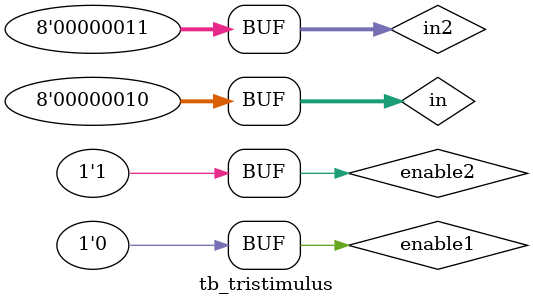
<source format=v>
`timescale 1ns / 1ps

module tb_tristimulus;
       // outports wire
    reg [7:0] in;
    reg enable1;
    wire [7:0] 	out;

    reg [7:0] in2;
    reg enable2;
 

    tristimulus u_tristimulus(
                    .in     	( in      ),
                    .enable 	( enable1  ),
                    .out    	( out     )
                );
                // outports wire


tristimulus u_tristimulus2(
	.in     	( in2      ),
	.enable 	( enable2  ),
	.out    	( out     )
);

    initial begin
        enable1<=1'd0;
         in<=8'd2;
         in2<=8'd3;
         enable2<=1'd0;
        #20
        enable2<=1'd0;
        enable1<=1'd1;
        #20
        enable2<=1'd1;
         enable1<=1'd0;
        #20
        enable2<=1'd0;
        enable1<=1'd1;
        #20
        enable2<=1'd1;
         enable1<=1'd0;

    end
endmodule

</source>
